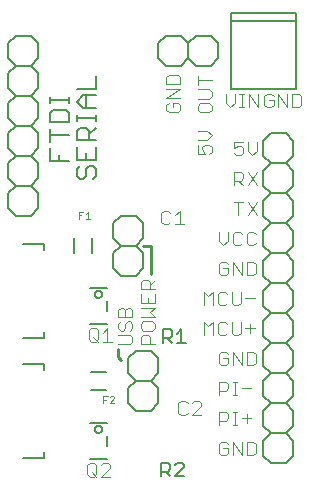
<source format=gto>
G75*
%MOIN*%
%OFA0B0*%
%FSLAX24Y24*%
%IPPOS*%
%LPD*%
%AMOC8*
5,1,8,0,0,1.08239X$1,22.5*
%
%ADD10C,0.0040*%
%ADD11C,0.0060*%
%ADD12C,0.0100*%
%ADD13C,0.0080*%
%ADD14C,0.0020*%
%ADD15C,0.0050*%
D10*
X004359Y001457D02*
X004283Y001534D01*
X004283Y001841D01*
X004359Y001918D01*
X004513Y001918D01*
X004590Y001841D01*
X004590Y001534D01*
X004513Y001457D01*
X004359Y001457D01*
X004436Y001611D02*
X004590Y001457D01*
X004743Y001457D02*
X005050Y001764D01*
X005050Y001841D01*
X004973Y001918D01*
X004820Y001918D01*
X004743Y001841D01*
X004743Y001457D02*
X005050Y001457D01*
X007320Y003597D02*
X007397Y003520D01*
X007550Y003520D01*
X007627Y003597D01*
X007780Y003520D02*
X008087Y003827D01*
X008087Y003904D01*
X008011Y003980D01*
X007857Y003980D01*
X007780Y003904D01*
X007627Y003904D02*
X007550Y003980D01*
X007397Y003980D01*
X007320Y003904D01*
X007320Y003597D01*
X007780Y003520D02*
X008087Y003520D01*
X008670Y003630D02*
X008670Y003170D01*
X008670Y003323D02*
X008900Y003323D01*
X008977Y003400D01*
X008977Y003554D01*
X008900Y003630D01*
X008670Y003630D01*
X009130Y003630D02*
X009284Y003630D01*
X009207Y003630D02*
X009207Y003170D01*
X009130Y003170D02*
X009284Y003170D01*
X009437Y003400D02*
X009744Y003400D01*
X009591Y003247D02*
X009591Y003554D01*
X009284Y004170D02*
X009130Y004170D01*
X009207Y004170D02*
X009207Y004630D01*
X009130Y004630D02*
X009284Y004630D01*
X009437Y004400D02*
X009744Y004400D01*
X008977Y004400D02*
X008900Y004323D01*
X008670Y004323D01*
X008670Y004170D02*
X008670Y004630D01*
X008900Y004630D01*
X008977Y004554D01*
X008977Y004400D01*
X008900Y005170D02*
X008747Y005170D01*
X008670Y005247D01*
X008670Y005554D01*
X008747Y005630D01*
X008900Y005630D01*
X008977Y005554D01*
X008977Y005400D02*
X008823Y005400D01*
X008977Y005400D02*
X008977Y005247D01*
X008900Y005170D01*
X009130Y005170D02*
X009130Y005630D01*
X009437Y005170D01*
X009437Y005630D01*
X009591Y005630D02*
X009821Y005630D01*
X009898Y005554D01*
X009898Y005247D01*
X009821Y005170D01*
X009591Y005170D01*
X009591Y005630D01*
X009321Y006170D02*
X009168Y006170D01*
X009091Y006247D01*
X009091Y006630D01*
X008937Y006554D02*
X008861Y006630D01*
X008707Y006630D01*
X008630Y006554D01*
X008630Y006247D01*
X008707Y006170D01*
X008861Y006170D01*
X008937Y006247D01*
X009321Y006170D02*
X009398Y006247D01*
X009398Y006630D01*
X009551Y006400D02*
X009858Y006400D01*
X009705Y006247D02*
X009705Y006554D01*
X009321Y007170D02*
X009168Y007170D01*
X009091Y007247D01*
X009091Y007630D01*
X008937Y007554D02*
X008861Y007630D01*
X008707Y007630D01*
X008630Y007554D01*
X008630Y007247D01*
X008707Y007170D01*
X008861Y007170D01*
X008937Y007247D01*
X009321Y007170D02*
X009398Y007247D01*
X009398Y007630D01*
X009551Y007400D02*
X009858Y007400D01*
X009821Y008170D02*
X009591Y008170D01*
X009591Y008630D01*
X009821Y008630D01*
X009898Y008554D01*
X009898Y008247D01*
X009821Y008170D01*
X009437Y008170D02*
X009437Y008630D01*
X009130Y008630D02*
X009437Y008170D01*
X009130Y008170D02*
X009130Y008630D01*
X008977Y008554D02*
X008900Y008630D01*
X008747Y008630D01*
X008670Y008554D01*
X008670Y008247D01*
X008747Y008170D01*
X008900Y008170D01*
X008977Y008247D01*
X008977Y008400D01*
X008823Y008400D01*
X008823Y009170D02*
X008977Y009323D01*
X008977Y009630D01*
X009130Y009554D02*
X009130Y009247D01*
X009207Y009170D01*
X009361Y009170D01*
X009437Y009247D01*
X009591Y009247D02*
X009668Y009170D01*
X009821Y009170D01*
X009898Y009247D01*
X009898Y009554D02*
X009821Y009630D01*
X009668Y009630D01*
X009591Y009554D01*
X009591Y009247D01*
X009437Y009554D02*
X009361Y009630D01*
X009207Y009630D01*
X009130Y009554D01*
X008823Y009170D02*
X008670Y009323D01*
X008670Y009630D01*
X009323Y010170D02*
X009323Y010630D01*
X009170Y010630D02*
X009477Y010630D01*
X009630Y010630D02*
X009937Y010170D01*
X009630Y010170D02*
X009937Y010630D01*
X009937Y011170D02*
X009630Y011630D01*
X009477Y011554D02*
X009477Y011400D01*
X009400Y011323D01*
X009170Y011323D01*
X009170Y011170D02*
X009170Y011630D01*
X009400Y011630D01*
X009477Y011554D01*
X009323Y011323D02*
X009477Y011170D01*
X009630Y011170D02*
X009937Y011630D01*
X009784Y012170D02*
X009937Y012323D01*
X009937Y012630D01*
X009630Y012630D02*
X009630Y012323D01*
X009784Y012170D01*
X009477Y012247D02*
X009400Y012170D01*
X009247Y012170D01*
X009170Y012247D01*
X009170Y012400D02*
X009323Y012477D01*
X009400Y012477D01*
X009477Y012400D01*
X009477Y012247D01*
X009477Y012630D02*
X009170Y012630D01*
X009170Y012400D01*
X008430Y012450D02*
X008430Y012297D01*
X008353Y012220D01*
X008200Y012220D02*
X008123Y012373D01*
X008123Y012450D01*
X008200Y012527D01*
X008353Y012527D01*
X008430Y012450D01*
X008200Y012220D02*
X007970Y012220D01*
X007970Y012527D01*
X007970Y012680D02*
X008277Y012680D01*
X008430Y012834D01*
X008277Y012987D01*
X007970Y012987D01*
X008046Y013601D02*
X007970Y013678D01*
X007970Y013831D01*
X008046Y013908D01*
X008353Y013908D01*
X008430Y013831D01*
X008430Y013678D01*
X008353Y013601D01*
X008046Y013601D01*
X007970Y014062D02*
X008353Y014062D01*
X008430Y014138D01*
X008430Y014292D01*
X008353Y014368D01*
X007970Y014368D01*
X007970Y014522D02*
X007970Y014829D01*
X007970Y014675D02*
X008430Y014675D01*
X008892Y014230D02*
X008892Y013923D01*
X009046Y013770D01*
X009199Y013923D01*
X009199Y014230D01*
X009353Y014230D02*
X009506Y014230D01*
X009429Y014230D02*
X009429Y013770D01*
X009353Y013770D02*
X009506Y013770D01*
X009660Y013770D02*
X009660Y014230D01*
X009967Y013770D01*
X009967Y014230D01*
X010189Y014154D02*
X010189Y013847D01*
X010266Y013770D01*
X010419Y013770D01*
X010496Y013847D01*
X010496Y014000D01*
X010342Y014000D01*
X010189Y014154D02*
X010266Y014230D01*
X010419Y014230D01*
X010496Y014154D01*
X010649Y014230D02*
X010956Y013770D01*
X010956Y014230D01*
X011110Y014230D02*
X011340Y014230D01*
X011417Y014154D01*
X011417Y013847D01*
X011340Y013770D01*
X011110Y013770D01*
X011110Y014230D01*
X010649Y014230D02*
X010649Y013770D01*
X007380Y013697D02*
X007380Y013850D01*
X007303Y013927D01*
X007150Y013927D01*
X007150Y013773D01*
X007303Y013620D02*
X006996Y013620D01*
X006920Y013697D01*
X006920Y013850D01*
X006996Y013927D01*
X006920Y014080D02*
X007380Y014387D01*
X006920Y014387D01*
X006920Y014541D02*
X006920Y014771D01*
X006996Y014848D01*
X007303Y014848D01*
X007380Y014771D01*
X007380Y014541D01*
X006920Y014541D01*
X006920Y014080D02*
X007380Y014080D01*
X007380Y013697D02*
X007303Y013620D01*
X007363Y010330D02*
X007363Y009870D01*
X007210Y009870D02*
X007517Y009870D01*
X007210Y010177D02*
X007363Y010330D01*
X007056Y010254D02*
X006979Y010330D01*
X006826Y010330D01*
X006749Y010254D01*
X006749Y009947D01*
X006826Y009870D01*
X006979Y009870D01*
X007056Y009947D01*
X006530Y008018D02*
X006377Y007865D01*
X006377Y007942D02*
X006377Y007712D01*
X006530Y007712D02*
X006070Y007712D01*
X006070Y007942D01*
X006146Y008018D01*
X006300Y008018D01*
X006377Y007942D01*
X006530Y007558D02*
X006530Y007251D01*
X006070Y007251D01*
X006070Y007558D01*
X006300Y007405D02*
X006300Y007251D01*
X006530Y007098D02*
X006070Y007098D01*
X006070Y006791D02*
X006530Y006791D01*
X006377Y006944D01*
X006530Y007098D01*
X006453Y006637D02*
X006146Y006637D01*
X006070Y006561D01*
X006070Y006407D01*
X006146Y006330D01*
X006453Y006330D01*
X006530Y006407D01*
X006530Y006561D01*
X006453Y006637D01*
X006300Y006177D02*
X006146Y006177D01*
X006070Y006100D01*
X006070Y005870D01*
X006530Y005870D01*
X006377Y005870D02*
X006377Y006100D01*
X006300Y006177D01*
X005780Y006100D02*
X005780Y005947D01*
X005703Y005870D01*
X005320Y005870D01*
X005100Y005957D02*
X004793Y005957D01*
X004946Y005957D02*
X004946Y006418D01*
X004793Y006264D01*
X004640Y006341D02*
X004640Y006034D01*
X004563Y005957D01*
X004409Y005957D01*
X004333Y006034D01*
X004333Y006341D01*
X004409Y006418D01*
X004563Y006418D01*
X004640Y006341D01*
X004486Y006111D02*
X004640Y005957D01*
X005320Y006177D02*
X005703Y006177D01*
X005780Y006100D01*
X005703Y006330D02*
X005780Y006407D01*
X005780Y006561D01*
X005703Y006637D01*
X005627Y006637D01*
X005550Y006561D01*
X005550Y006407D01*
X005473Y006330D01*
X005396Y006330D01*
X005320Y006407D01*
X005320Y006561D01*
X005396Y006637D01*
X005320Y006791D02*
X005320Y007021D01*
X005396Y007098D01*
X005473Y007098D01*
X005550Y007021D01*
X005550Y006791D01*
X005550Y007021D02*
X005627Y007098D01*
X005703Y007098D01*
X005780Y007021D01*
X005780Y006791D01*
X005320Y006791D01*
X008170Y006630D02*
X008170Y006170D01*
X008477Y006170D02*
X008477Y006630D01*
X008323Y006477D01*
X008170Y006630D01*
X008170Y007170D02*
X008170Y007630D01*
X008323Y007477D01*
X008477Y007630D01*
X008477Y007170D01*
X008747Y002630D02*
X008670Y002554D01*
X008670Y002247D01*
X008747Y002170D01*
X008900Y002170D01*
X008977Y002247D01*
X008977Y002400D01*
X008823Y002400D01*
X008977Y002554D02*
X008900Y002630D01*
X008747Y002630D01*
X009130Y002630D02*
X009130Y002170D01*
X009437Y002170D02*
X009130Y002630D01*
X009437Y002630D02*
X009437Y002170D01*
X009591Y002170D02*
X009821Y002170D01*
X009898Y002247D01*
X009898Y002554D01*
X009821Y002630D01*
X009591Y002630D01*
X009591Y002170D01*
D11*
X010150Y002150D02*
X010400Y001900D01*
X010900Y001900D01*
X011150Y002150D01*
X011150Y002650D01*
X010900Y002900D01*
X011150Y003150D01*
X011150Y003650D01*
X010900Y003900D01*
X010400Y003900D01*
X010150Y003650D01*
X010150Y003150D01*
X010400Y002900D01*
X010900Y002900D01*
X010400Y002900D02*
X010150Y002650D01*
X010150Y002150D01*
X010400Y003900D02*
X010150Y004150D01*
X010150Y004650D01*
X010400Y004900D01*
X010150Y005150D01*
X010150Y005650D01*
X010400Y005900D01*
X010150Y006150D01*
X010150Y006650D01*
X010400Y006900D01*
X010900Y006900D01*
X011150Y006650D01*
X011150Y006150D01*
X010900Y005900D01*
X011150Y005650D01*
X011150Y005150D01*
X010900Y004900D01*
X011150Y004650D01*
X011150Y004150D01*
X010900Y003900D01*
X010900Y004900D02*
X010400Y004900D01*
X010400Y005900D02*
X010900Y005900D01*
X010900Y006900D02*
X011150Y007150D01*
X011150Y007650D01*
X010900Y007900D01*
X011150Y008150D01*
X011150Y008650D01*
X010900Y008900D01*
X011150Y009150D01*
X011150Y009650D01*
X010900Y009900D01*
X010400Y009900D01*
X010150Y009650D01*
X010150Y009150D01*
X010400Y008900D01*
X010900Y008900D01*
X010400Y008900D02*
X010150Y008650D01*
X010150Y008150D01*
X010400Y007900D01*
X010900Y007900D01*
X010400Y007900D02*
X010150Y007650D01*
X010150Y007150D01*
X010400Y006900D01*
X010400Y009900D02*
X010150Y010150D01*
X010150Y010650D01*
X010400Y010900D01*
X010150Y011150D01*
X010150Y011650D01*
X010400Y011900D01*
X010150Y012150D01*
X010150Y012650D01*
X010400Y012900D01*
X010900Y012900D01*
X011150Y012650D01*
X011150Y012150D01*
X010900Y011900D01*
X011150Y011650D01*
X011150Y011150D01*
X010900Y010900D01*
X011150Y010650D01*
X011150Y010150D01*
X010900Y009900D01*
X010900Y010900D02*
X010400Y010900D01*
X010400Y011900D02*
X010900Y011900D01*
X008400Y015150D02*
X007900Y015150D01*
X007650Y015400D01*
X007400Y015150D01*
X006900Y015150D01*
X006650Y015400D01*
X006650Y015900D01*
X006900Y016150D01*
X007400Y016150D01*
X007650Y015900D01*
X007900Y016150D01*
X008400Y016150D01*
X008650Y015900D01*
X008650Y015400D01*
X008400Y015150D01*
X007650Y015400D02*
X007650Y015900D01*
X004570Y014815D02*
X004570Y014388D01*
X003929Y014388D01*
X004143Y014170D02*
X004570Y014170D01*
X004250Y014170D02*
X004250Y013743D01*
X004143Y013743D02*
X003929Y013957D01*
X004143Y014170D01*
X004143Y013743D02*
X004570Y013743D01*
X004570Y013527D02*
X004570Y013314D01*
X004570Y013420D02*
X003929Y013420D01*
X003929Y013314D02*
X003929Y013527D01*
X003670Y013589D02*
X003670Y013269D01*
X003029Y013269D01*
X003029Y013589D01*
X003136Y013696D01*
X003563Y013696D01*
X003670Y013589D01*
X003670Y013914D02*
X003670Y014127D01*
X003670Y014020D02*
X003029Y014020D01*
X003029Y013914D02*
X003029Y014127D01*
X002650Y013900D02*
X002650Y013400D01*
X002400Y013150D01*
X002650Y012900D01*
X002650Y012400D01*
X002400Y012150D01*
X002650Y011900D01*
X002650Y011400D01*
X002400Y011150D01*
X002650Y010900D01*
X002650Y010400D01*
X002400Y010150D01*
X001900Y010150D01*
X001650Y010400D01*
X001650Y010900D01*
X001900Y011150D01*
X001650Y011400D01*
X001650Y011900D01*
X001900Y012150D01*
X002400Y012150D01*
X001900Y012150D02*
X001650Y012400D01*
X001650Y012900D01*
X001900Y013150D01*
X001650Y013400D01*
X001650Y013900D01*
X001900Y014150D01*
X001650Y014400D01*
X001650Y014900D01*
X001900Y015150D01*
X001650Y015400D01*
X001650Y015900D01*
X001900Y016150D01*
X002400Y016150D01*
X002650Y015900D01*
X002650Y015400D01*
X002400Y015150D01*
X002650Y014900D01*
X002650Y014400D01*
X002400Y014150D01*
X002650Y013900D01*
X002400Y014150D02*
X001900Y014150D01*
X001900Y013150D02*
X002400Y013150D01*
X003029Y013052D02*
X003029Y012625D01*
X003029Y012407D02*
X003029Y011980D01*
X003670Y011980D01*
X003929Y012025D02*
X003929Y012452D01*
X003929Y012669D02*
X003929Y012989D01*
X004036Y013096D01*
X004250Y013096D01*
X004356Y012989D01*
X004356Y012669D01*
X004356Y012883D02*
X004570Y013096D01*
X004570Y012669D02*
X003929Y012669D01*
X003670Y012838D02*
X003029Y012838D01*
X003350Y012194D02*
X003350Y011980D01*
X003929Y012025D02*
X004570Y012025D01*
X004570Y012452D01*
X004250Y012238D02*
X004250Y012025D01*
X004356Y011807D02*
X004463Y011807D01*
X004570Y011700D01*
X004570Y011487D01*
X004463Y011380D01*
X004250Y011487D02*
X004250Y011700D01*
X004356Y011807D01*
X004036Y011807D02*
X003929Y011700D01*
X003929Y011487D01*
X004036Y011380D01*
X004143Y011380D01*
X004250Y011487D01*
X005400Y010150D02*
X005900Y010150D01*
X006150Y009900D01*
X006150Y009400D01*
X005900Y009150D01*
X006150Y008900D01*
X006150Y008400D01*
X005900Y008150D01*
X005400Y008150D01*
X005150Y008400D01*
X005150Y008900D01*
X005400Y009150D01*
X005150Y009400D01*
X005150Y009900D01*
X005400Y010150D01*
X005400Y009150D02*
X005900Y009150D01*
X005900Y005650D02*
X005650Y005400D01*
X005650Y004900D01*
X005900Y004650D01*
X005650Y004400D01*
X005650Y003900D01*
X005900Y003650D01*
X006400Y003650D01*
X006650Y003900D01*
X006650Y004400D01*
X006400Y004650D01*
X005900Y004650D01*
X006400Y004650D02*
X006650Y004900D01*
X006650Y005400D01*
X006400Y005650D01*
X005900Y005650D01*
X002400Y011150D02*
X001900Y011150D01*
X001900Y015150D02*
X002400Y015150D01*
D12*
X006150Y009150D02*
X006400Y009150D01*
X006400Y008200D01*
X005300Y005700D02*
X005300Y005450D01*
X005400Y005350D01*
D13*
X004900Y004950D02*
X004400Y004950D01*
X004400Y004350D02*
X004900Y004350D01*
X004450Y008900D02*
X004450Y009400D01*
X003850Y009400D02*
X003850Y008900D01*
D14*
X004010Y010060D02*
X004010Y010280D01*
X004157Y010280D01*
X004231Y010207D02*
X004304Y010280D01*
X004304Y010060D01*
X004231Y010060D02*
X004378Y010060D01*
X004083Y010170D02*
X004010Y010170D01*
X004818Y004140D02*
X004965Y004140D01*
X005039Y004103D02*
X005076Y004140D01*
X005149Y004140D01*
X005186Y004103D01*
X005186Y004067D01*
X005039Y003920D01*
X005186Y003920D01*
X004891Y004030D02*
X004818Y004030D01*
X004818Y003920D02*
X004818Y004140D01*
D15*
X002831Y002075D02*
X002142Y002075D01*
X002831Y002075D02*
X002831Y002272D01*
X004374Y002059D02*
X004926Y002059D01*
X004926Y002473D02*
X004926Y002827D01*
X004530Y003044D02*
X004532Y003065D01*
X004538Y003086D01*
X004547Y003106D01*
X004560Y003123D01*
X004575Y003138D01*
X004593Y003150D01*
X004613Y003158D01*
X004634Y003163D01*
X004655Y003164D01*
X004677Y003161D01*
X004697Y003154D01*
X004716Y003144D01*
X004733Y003131D01*
X004747Y003115D01*
X004758Y003096D01*
X004766Y003076D01*
X004770Y003055D01*
X004770Y003033D01*
X004766Y003012D01*
X004758Y002992D01*
X004747Y002973D01*
X004733Y002957D01*
X004716Y002944D01*
X004697Y002934D01*
X004677Y002927D01*
X004655Y002924D01*
X004634Y002925D01*
X004613Y002930D01*
X004593Y002938D01*
X004575Y002950D01*
X004560Y002965D01*
X004547Y002982D01*
X004538Y003002D01*
X004532Y003023D01*
X004530Y003044D01*
X004394Y003241D02*
X004374Y003241D01*
X004394Y003241D02*
X004926Y003241D01*
X006754Y001925D02*
X006754Y001475D01*
X006754Y001625D02*
X006979Y001625D01*
X007054Y001700D01*
X007054Y001850D01*
X006979Y001925D01*
X006754Y001925D01*
X006904Y001625D02*
X007054Y001475D01*
X007215Y001475D02*
X007515Y001775D01*
X007515Y001850D01*
X007440Y001925D01*
X007290Y001925D01*
X007215Y001850D01*
X007215Y001475D02*
X007515Y001475D01*
X007565Y005925D02*
X007265Y005925D01*
X007415Y005925D02*
X007415Y006375D01*
X007265Y006225D01*
X007104Y006300D02*
X007104Y006150D01*
X007029Y006075D01*
X006804Y006075D01*
X006804Y005925D02*
X006804Y006375D01*
X007029Y006375D01*
X007104Y006300D01*
X006954Y006075D02*
X007104Y005925D01*
X004926Y006559D02*
X004374Y006559D01*
X004926Y006973D02*
X004926Y007327D01*
X004530Y007544D02*
X004532Y007565D01*
X004538Y007586D01*
X004547Y007606D01*
X004560Y007623D01*
X004575Y007638D01*
X004593Y007650D01*
X004613Y007658D01*
X004634Y007663D01*
X004655Y007664D01*
X004677Y007661D01*
X004697Y007654D01*
X004716Y007644D01*
X004733Y007631D01*
X004747Y007615D01*
X004758Y007596D01*
X004766Y007576D01*
X004770Y007555D01*
X004770Y007533D01*
X004766Y007512D01*
X004758Y007492D01*
X004747Y007473D01*
X004733Y007457D01*
X004716Y007444D01*
X004697Y007434D01*
X004677Y007427D01*
X004655Y007424D01*
X004634Y007425D01*
X004613Y007430D01*
X004593Y007438D01*
X004575Y007450D01*
X004560Y007465D01*
X004547Y007482D01*
X004538Y007502D01*
X004532Y007523D01*
X004530Y007544D01*
X004394Y007741D02*
X004374Y007741D01*
X004394Y007741D02*
X004926Y007741D01*
X002831Y009028D02*
X002831Y009225D01*
X002142Y009225D01*
X002831Y006272D02*
X002831Y006075D01*
X002142Y006075D01*
X002142Y005225D02*
X002831Y005225D01*
X002831Y005028D01*
X009059Y014370D02*
X009059Y016634D01*
X011225Y016634D01*
X011225Y014370D01*
X009059Y014370D01*
X009059Y016634D02*
X009059Y016930D01*
X011225Y016930D01*
X011225Y016634D01*
M02*

</source>
